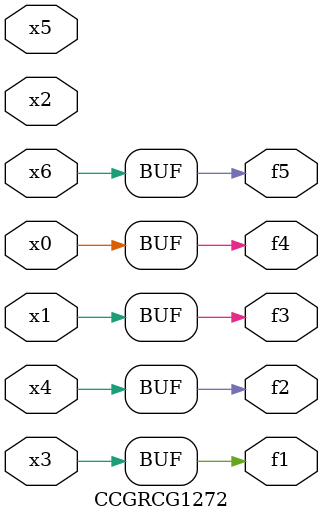
<source format=v>
module CCGRCG1272(
	input x0, x1, x2, x3, x4, x5, x6,
	output f1, f2, f3, f4, f5
);
	assign f1 = x3;
	assign f2 = x4;
	assign f3 = x1;
	assign f4 = x0;
	assign f5 = x6;
endmodule

</source>
